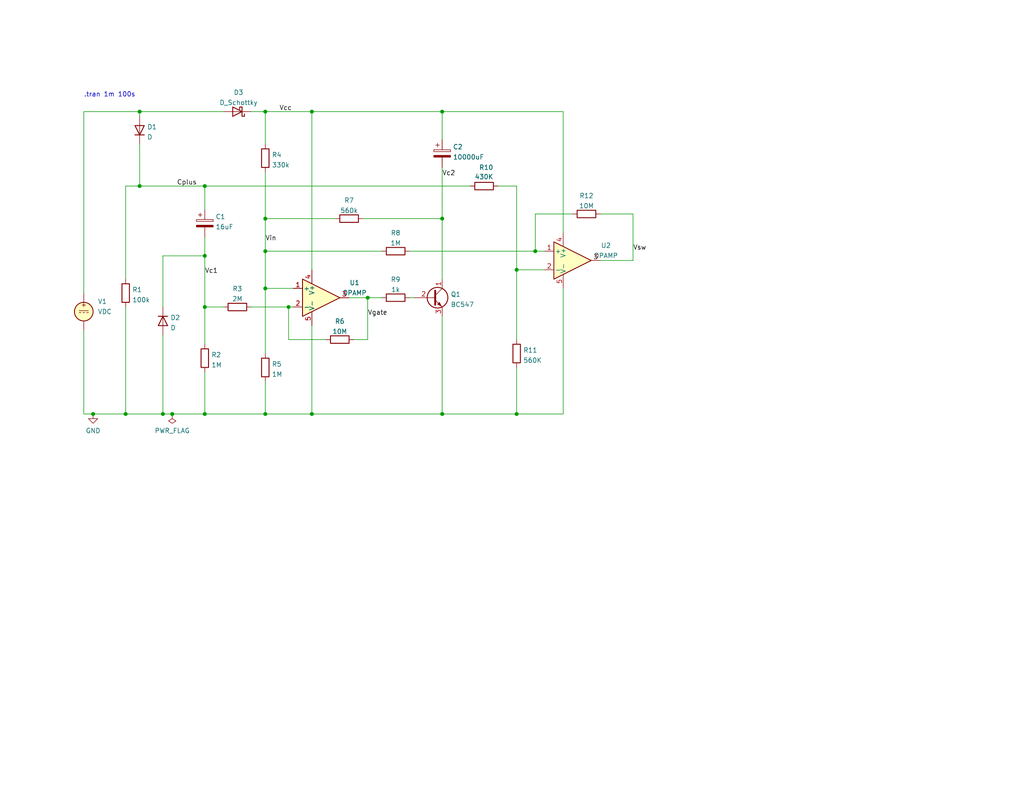
<source format=kicad_sch>
(kicad_sch (version 20211123) (generator eeschema)
  (paper "USLetter")
  (lib_symbols
    (symbol "Device:C_Polarized" (pin_numbers hide) (pin_names (offset 0.254))
      (property "Reference" "C" (at 0.635 2.54 0))
      (property "Value" "C_Polarized" (at 0.635 -2.54 0))
      (symbol "C_Polarized_0_1"
        (rectangle (start -2.286 0.508) (end 2.286 1.016))
        (polyline (pts (xy -1.778 2.286) (xy -0.762 2.286)))
        (polyline (pts (xy -1.27 2.794) (xy -1.27 1.778)))
        (rectangle (start 2.286 -0.508) (end -2.286 -1.016) (fill (type outline)))
      )
      (symbol "C_Polarized_1_1"
        (pin passive line (at 0 3.81 270) (length 2.794) (name "~") (number "1"))
        (pin passive line (at 0 -3.81 90) (length 2.794) (name "~") (number "2"))
      )
    )
    (symbol "Device:D" (pin_numbers hide) (pin_names (offset 1.016) hide)
      (property "Reference" "D" (at 0 2.54 0))
      (property "Value" "D" (at 0 -2.54 0))
      (symbol "D_0_1"
        (polyline (pts (xy -1.27 1.27) (xy -1.27 -1.27)) (stroke (width 0.254)))
        (polyline (pts (xy 1.27 0) (xy -1.27 0)))
        (polyline (pts (xy 1.27 1.27) (xy 1.27 -1.27) (xy -1.27 0) (xy 1.27 1.27)) (stroke (width 0.254)))
      )
      (symbol "D_1_1"
        (pin passive line (at -3.81 0 0) (length 2.54) (name "K") (number "1"))
        (pin passive line (at 3.81 0 180) (length 2.54) (name "A") (number "2"))
      )
    )
    (symbol "Device:D_Schottky" (pin_numbers hide) (pin_names (offset 1.016) hide)
      (property "Reference" "D" (at 0 2.54 0))
      (property "Value" "D_Schottky" (at 0 -2.54 0))
      (symbol "D_Schottky_0_1"
        (polyline (pts (xy 1.27 0) (xy -1.27 0)))
        (polyline (pts (xy 1.27 1.27) (xy 1.27 -1.27) (xy -1.27 0) (xy 1.27 1.27)) (stroke (width 0.254)))
        (polyline (pts (xy -1.905 0.635) (xy -1.905 1.27) (xy -1.27 1.27) (xy -1.27 -1.27) (xy -0.635 -1.27) (xy -0.635 -0.635)) (stroke (width 0.254)))
      )
      (symbol "D_Schottky_1_1"
        (pin passive line (at -3.81 0 0) (length 2.54) (name "K") (number "1"))
        (pin passive line (at 3.81 0 180) (length 2.54) (name "A") (number "2"))
      )
    )
    (symbol "Device:R" (pin_numbers hide) (pin_names (offset 0))
      (property "Reference" "R" (at 2.032 0 90))
      (property "Value" "R" (at 0 0 90))
      (symbol "R_0_1"
        (rectangle (start -1.016 -2.54) (end 1.016 2.54) (stroke (width 0.254)))
      )
      (symbol "R_1_1"
        (pin passive line (at 0 3.81 270) (length 1.27) (name "~") (number "1"))
        (pin passive line (at 0 -3.81 90) (length 1.27) (name "~") (number "2"))
      )
    )
    (symbol "Simulation_SPICE:VDC" (pin_numbers hide) (pin_names (offset 0.0254))
      (property "Reference" "V" (at 2.54 2.54 0))
      (property "Value" "VDC" (at 2.54 0 0))
      (property "Spice_Model" "dc(1)" (at 2.54 -2.54 0))
      (symbol "VDC_0_0"
        (polyline (pts (xy -1.27 0.254) (xy 1.27 0.254)))
        (polyline (pts (xy -0.762 -0.254) (xy -1.27 -0.254)))
        (polyline (pts (xy 0.254 -0.254) (xy -0.254 -0.254)))
        (polyline (pts (xy 1.27 -0.254) (xy 0.762 -0.254)))
        (text "+" (at 0 1.905 0) (effects (font (size 1.27 1.27))))
      )
      (symbol "VDC_0_1"
        (circle (center 0 0) (radius 2.54) (stroke (width 0.254)) (fill (type background)))
      )
      (symbol "VDC_1_1"
        (pin passive line (at 0 5.08 270) (length 2.54) (name "~") (number "1"))
        (pin passive line (at 0 -5.08 90) (length 2.54) (name "~") (number "2"))
      )
    )
    (symbol "Transistor_BJT:BC547" (pin_names (offset 0) hide)
      (property "Reference" "Q" (at 5.08 1.905 0))
      (property "Value" "BC547" (at 5.08 0 0))
      (symbol "BC547_0_1"
        (polyline (pts (xy 0 0) (xy 0.635 0)))
        (polyline (pts (xy 0.635 0.635) (xy 2.54 2.54)))
        (polyline (pts (xy 0.635 -0.635) (xy 2.54 -2.54) (xy 2.54 -2.54)))
        (polyline (pts (xy 0.635 1.905) (xy 0.635 -1.905) (xy 0.635 -1.905)) (stroke (width 0.508)))
        (polyline (pts (xy 1.27 -1.778) (xy 1.778 -1.27) (xy 2.286 -2.286) (xy 1.27 -1.778) (xy 1.27 -1.778)) (fill (type outline)))
        (circle (center 1.27 0) (radius 2.8194) (stroke (width 0.254)))
      )
      (symbol "BC547_1_1"
        (pin passive line (at 2.54 5.08 270) (length 2.54) (name "C") (number "1"))
        (pin input line (at -5.08 0 0) (length 5.08) (name "B") (number "2"))
        (pin passive line (at 2.54 -5.08 90) (length 2.54) (name "E") (number "3"))
      )
    )
    (symbol "power:GND" (power) (pin_names (offset 0))
      (property "Value" "GND" (at 0 -3.81 0))
      (symbol "GND_0_1"
        (polyline (pts (xy 0 0) (xy 0 -1.27) (xy 1.27 -1.27) (xy 0 -2.54) (xy -1.27 -1.27) (xy 0 -1.27)))
      )
      (symbol "GND_1_1"
        (pin power_in line (at 0 0 270) (length 0) hide (name "GND") (number "1"))
      )
    )
    (symbol "power:PWR_FLAG" (power) (pin_numbers hide) (pin_names (offset 0) hide)
      (property "Value" "PWR_FLAG" (at 0 3.81 0))
      (symbol "PWR_FLAG_0_0"
        (pin power_out line (at 0 0 90) (length 0) (name "pwr") (number "1"))
      )
      (symbol "PWR_FLAG_0_1"
        (polyline (pts (xy 0 0) (xy 0 1.27) (xy -1.016 1.905) (xy 0 2.54) (xy 1.016 1.905) (xy 0 1.27)))
      )
    )
    (symbol "pspice:OPAMP" (pin_names (offset 0.254))
      (property "Reference" "U" (at 3.81 3.175 0))
      (property "Value" "OPAMP" (at 3.81 -3.175 0))
      (symbol "OPAMP_0_1"
        (polyline (pts (xy 5.08 0) (xy -5.08 5.08) (xy -5.08 -5.08) (xy 5.08 0)) (stroke (width 0.254)) (fill (type background)))
      )
      (symbol "OPAMP_1_1"
        (pin input line (at -7.62 2.54 0) (length 2.54) (name "+") (number "1"))
        (pin input line (at -7.62 -2.54 0) (length 2.54) (name "-") (number "2"))
        (pin output line (at 7.62 0 180) (length 2.54) (name "~") (number "3"))
        (pin power_in line (at -2.54 7.62 270) (length 3.81) (name "V+") (number "4"))
        (pin power_in line (at -2.54 -7.62 90) (length 3.81) (name "V-") (number "5"))
      )
    )
  )
  (junction (at 146.05 68.58))
  (junction (at 25.4 113.03))
  (junction (at 72.39 59.69))
  (junction (at 140.97 113.03))
  (junction (at 38.1 50.8))
  (junction (at 85.09 30.48))
  (junction (at 85.09 113.03))
  (junction (at 72.39 68.58))
  (junction (at 72.39 30.48))
  (junction (at 120.65 113.03))
  (junction (at 100.33 81.28))
  (junction (at 72.39 78.74))
  (junction (at 78.74 83.82))
  (junction (at 46.99 113.03))
  (junction (at 55.88 69.85))
  (junction (at 55.88 113.03))
  (junction (at 72.39 113.03))
  (junction (at 55.88 83.82))
  (junction (at 55.88 50.8))
  (junction (at 34.29 113.03))
  (junction (at 44.45 113.03))
  (junction (at 120.65 59.69))
  (junction (at 38.1 30.48))
  (junction (at 120.65 30.48))
  (junction (at 140.97 73.66))
  (wire (pts (xy 46.99 113.03) (xy 55.88 113.03)))
  (wire (pts (xy 68.58 83.82) (xy 78.74 83.82)))
  (wire (pts (xy 153.67 78.74) (xy 153.67 113.03)))
  (wire (pts (xy 22.86 90.17) (xy 22.86 113.03)))
  (wire (pts (xy 55.88 113.03) (xy 72.39 113.03)))
  (wire (pts (xy 172.72 71.12) (xy 163.83 71.12)))
  (wire (pts (xy 44.45 113.03) (xy 46.99 113.03)))
  (wire (pts (xy 44.45 91.44) (xy 44.45 113.03)))
  (wire (pts (xy 55.88 101.6) (xy 55.88 113.03)))
  (wire (pts (xy 88.9 92.71) (xy 78.74 92.71)))
  (wire (pts (xy 148.59 73.66) (xy 140.97 73.66)))
  (wire (pts (xy 85.09 73.66) (xy 85.09 30.48)))
  (wire (pts (xy 120.65 45.72) (xy 120.65 59.69)))
  (wire (pts (xy 34.29 50.8) (xy 38.1 50.8)))
  (wire (pts (xy 96.52 92.71) (xy 100.33 92.71)))
  (wire (pts (xy 100.33 81.28) (xy 104.14 81.28)))
  (wire (pts (xy 44.45 69.85) (xy 44.45 83.82)))
  (wire (pts (xy 22.86 30.48) (xy 22.86 80.01)))
  (wire (pts (xy 78.74 83.82) (xy 80.01 83.82)))
  (wire (pts (xy 22.86 113.03) (xy 25.4 113.03)))
  (wire (pts (xy 72.39 39.37) (xy 72.39 30.48)))
  (wire (pts (xy 85.09 113.03) (xy 120.65 113.03)))
  (wire (pts (xy 111.76 81.28) (xy 113.03 81.28)))
  (wire (pts (xy 34.29 113.03) (xy 44.45 113.03)))
  (wire (pts (xy 111.76 68.58) (xy 146.05 68.58)))
  (wire (pts (xy 153.67 30.48) (xy 153.67 63.5)))
  (wire (pts (xy 140.97 113.03) (xy 153.67 113.03)))
  (wire (pts (xy 38.1 39.37) (xy 38.1 50.8)))
  (wire (pts (xy 95.25 81.28) (xy 100.33 81.28)))
  (wire (pts (xy 140.97 100.33) (xy 140.97 113.03)))
  (wire (pts (xy 38.1 30.48) (xy 38.1 31.75)))
  (wire (pts (xy 72.39 113.03) (xy 85.09 113.03)))
  (wire (pts (xy 120.65 30.48) (xy 153.67 30.48)))
  (wire (pts (xy 156.21 58.42) (xy 146.05 58.42)))
  (wire (pts (xy 55.88 83.82) (xy 60.96 83.82)))
  (wire (pts (xy 38.1 30.48) (xy 22.86 30.48)))
  (wire (pts (xy 104.14 68.58) (xy 72.39 68.58)))
  (wire (pts (xy 146.05 58.42) (xy 146.05 68.58)))
  (wire (pts (xy 44.45 69.85) (xy 55.88 69.85)))
  (wire (pts (xy 55.88 50.8) (xy 128.27 50.8)))
  (wire (pts (xy 140.97 73.66) (xy 140.97 92.71)))
  (wire (pts (xy 55.88 64.77) (xy 55.88 69.85)))
  (wire (pts (xy 120.65 59.69) (xy 120.65 76.2)))
  (wire (pts (xy 60.96 30.48) (xy 38.1 30.48)))
  (wire (pts (xy 72.39 30.48) (xy 85.09 30.48)))
  (wire (pts (xy 99.06 59.69) (xy 120.65 59.69)))
  (wire (pts (xy 135.89 50.8) (xy 140.97 50.8)))
  (wire (pts (xy 80.01 78.74) (xy 72.39 78.74)))
  (wire (pts (xy 72.39 30.48) (xy 68.58 30.48)))
  (wire (pts (xy 55.88 83.82) (xy 55.88 93.98)))
  (wire (pts (xy 85.09 88.9) (xy 85.09 113.03)))
  (wire (pts (xy 146.05 68.58) (xy 148.59 68.58)))
  (wire (pts (xy 72.39 68.58) (xy 72.39 78.74)))
  (wire (pts (xy 100.33 81.28) (xy 100.33 92.71)))
  (wire (pts (xy 55.88 50.8) (xy 55.88 57.15)))
  (wire (pts (xy 72.39 46.99) (xy 72.39 59.69)))
  (wire (pts (xy 85.09 30.48) (xy 120.65 30.48)))
  (wire (pts (xy 172.72 58.42) (xy 172.72 71.12)))
  (wire (pts (xy 34.29 83.82) (xy 34.29 113.03)))
  (wire (pts (xy 78.74 83.82) (xy 78.74 92.71)))
  (wire (pts (xy 34.29 76.2) (xy 34.29 50.8)))
  (wire (pts (xy 25.4 113.03) (xy 34.29 113.03)))
  (wire (pts (xy 140.97 50.8) (xy 140.97 73.66)))
  (wire (pts (xy 72.39 59.69) (xy 91.44 59.69)))
  (wire (pts (xy 72.39 104.14) (xy 72.39 113.03)))
  (wire (pts (xy 72.39 96.52) (xy 72.39 78.74)))
  (wire (pts (xy 120.65 38.1) (xy 120.65 30.48)))
  (wire (pts (xy 72.39 59.69) (xy 72.39 68.58)))
  (wire (pts (xy 120.65 113.03) (xy 140.97 113.03)))
  (wire (pts (xy 38.1 50.8) (xy 55.88 50.8)))
  (wire (pts (xy 163.83 58.42) (xy 172.72 58.42)))
  (wire (pts (xy 55.88 69.85) (xy 55.88 83.82)))
  (wire (pts (xy 120.65 86.36) (xy 120.65 113.03)))
  (text ".tran 1m 100s" (at 22.86 26.67 0) (effects (font (size 1.27 1.27)) (justify left bottom)))
  (label "Vcc" (at 76.2 30.48 0))
  (label "Vc2" (at 120.65 48.26 0))
  (label "Vc1" (at 55.88 74.93 0))
  (label "Vsw" (at 172.72 68.58 0))
  (label "Vgate" (at 100.33 86.36 0))
  (label "Vin" (at 72.39 66.04 0))
  (label "Cplus" (at 48.26 50.8 0))
  (symbol (lib_id "Device:R") (at 92.71 92.71 90) (unit 1)
    (property "Reference" "R6" (at 92.71 87.7275 90))
    (property "Value" "10M" (at 92.71 90.5026 90))
    (property "Spice_Primitive" "R" (effects hide))
    (property "Spice_Model" "10Meg" (effects hide))
    (property "Spice_Netlist_Enabled" "Y" (effects hide))
  )
  (symbol (lib_id "Device:D_Schottky") (at 64.77 30.48 180) (unit 1)
    (property "Reference" "D3" (at 65.0875 25.2435 0))
    (property "Value" "D_Schottky" (at 65.0875 28.0186 0))
    (property "Spice_Primitive" "D" (effects hide))
    (property "Spice_Model" "Schottky" (effects hide))
    (property "Spice_Netlist_Enabled" "Y" (effects hide))
    (property "Spice_Lib_File" "spice/my_spice.lib" (effects hide))
    (property "Spice_Node_Sequence" "2 1" (effects hide))
  )
  (symbol (lib_id "Device:R") (at 95.25 59.69 90) (unit 1)
    (property "Reference" "R7" (at 95.25 54.7075 90))
    (property "Value" "560k" (at 95.25 57.4826 90))
    (property "Spice_Primitive" "R" (effects hide))
    (property "Spice_Model" "560k" (effects hide))
    (property "Spice_Netlist_Enabled" "Y" (effects hide))
  )
  (symbol (lib_id "Device:R") (at 140.97 96.52 0) (unit 1)
    (property "Reference" "R11" (at 142.748 95.6115 0) (effects (justify left)))
    (property "Value" "560K" (at 142.748 98.3866 0) (effects (justify left)))
    (property "Spice_Primitive" "R" (effects hide))
    (property "Spice_Model" "560k" (effects hide))
    (property "Spice_Netlist_Enabled" "Y" (effects hide))
  )
  (symbol (lib_id "Device:R") (at 72.39 43.18 0) (unit 1)
    (property "Reference" "R4" (at 74.168 42.2715 0) (effects (justify left)))
    (property "Value" "330k" (at 74.168 45.0466 0) (effects (justify left)))
    (property "Spice_Primitive" "R" (effects hide))
    (property "Spice_Model" "330k" (effects hide))
    (property "Spice_Netlist_Enabled" "Y" (effects hide))
  )
  (symbol (lib_id "Device:R") (at 132.08 50.8 90) (unit 1)
    (property "Reference" "R10" (at 134.62 45.72 90) (effects (justify left)))
    (property "Value" "430K" (at 134.62 48.26 90) (effects (justify left)))
    (property "Spice_Primitive" "R" (effects hide))
    (property "Spice_Model" "430k" (effects hide))
    (property "Spice_Netlist_Enabled" "Y" (effects hide))
  )
  (symbol (lib_id "Device:R") (at 34.29 80.01 0) (unit 1)
    (property "Reference" "R1" (at 36.068 79.1015 0) (effects (justify left)))
    (property "Value" "100k" (at 36.068 81.8766 0) (effects (justify left)))
    (property "Spice_Primitive" "R" (effects hide))
    (property "Spice_Model" "100k" (effects hide))
    (property "Spice_Netlist_Enabled" "Y" (effects hide))
  )
  (symbol (lib_id "Device:D") (at 38.1 35.56 90) (unit 1)
    (property "Reference" "D1" (at 40.132 34.6515 90) (effects (justify right)))
    (property "Value" "D" (at 40.132 37.4266 90) (effects (justify right)))
    (property "Spice_Primitive" "D" (effects hide))
    (property "Spice_Model" "D1N4148_1" (effects hide))
    (property "Spice_Netlist_Enabled" "Y" (effects hide))
    (property "Spice_Lib_File" "spice/my_spice.lib" (effects hide))
    (property "Spice_Node_Sequence" "2 1" (effects hide))
  )
  (symbol (lib_id "Device:C_Polarized") (at 120.65 41.91 0) (unit 1)
    (property "Reference" "C2" (at 123.571 40.1125 0) (effects (justify left)))
    (property "Value" "10000uF" (at 123.571 42.8876 0) (effects (justify left)))
    (property "Spice_Primitive" "C" (effects hide))
    (property "Spice_Model" "10000uF" (effects hide))
    (property "Spice_Netlist_Enabled" "Y" (effects hide))
  )
  (symbol (lib_id "Transistor_BJT:BC547") (at 118.11 81.28 0) (unit 1)
    (property "Reference" "Q1" (at 122.9614 80.3715 0) (effects (justify left)))
    (property "Value" "BC547" (at 122.9614 83.1466 0) (effects (justify left)))
    (property "Footprint" "Package_TO_SOT_THT:TO-92_Inline" (effects hide))
    (property "Datasheet" "https://www.onsemi.com/pub/Collateral/BC550-D.pdf" (effects hide))
    (property "Spice_Primitive" "Q" (effects hide))
    (property "Spice_Model" "2N2222" (effects hide))
    (property "Spice_Netlist_Enabled" "Y" (effects hide))
    (property "Spice_Lib_File" "spice/2N2222.lib" (effects hide))
  )
  (symbol (lib_id "Device:R") (at 64.77 83.82 90) (unit 1)
    (property "Reference" "R3" (at 64.77 78.8375 90))
    (property "Value" "2M" (at 64.77 81.6126 90))
    (property "Spice_Primitive" "R" (effects hide))
    (property "Spice_Model" "2Meg" (effects hide))
    (property "Spice_Netlist_Enabled" "Y" (effects hide))
  )
  (symbol (lib_id "pspice:OPAMP") (at 87.63 81.28 0) (unit 1)
    (property "Reference" "U1" (at 96.7566 77.1865 0))
    (property "Value" "OPAMP" (at 96.7566 79.9616 0))
    (property "Spice_Primitive" "X" (effects hide))
    (property "Spice_Model" "LM358" (effects hide))
    (property "Spice_Netlist_Enabled" "Y" (effects hide))
    (property "Spice_Lib_File" "spice/lm358.lib" (effects hide))
    (property "Spice_Node_Sequence" "1 2 4 5 3" (effects hide))
  )
  (symbol (lib_id "Device:R") (at 72.39 100.33 0) (unit 1)
    (property "Reference" "R5" (at 74.168 99.4215 0) (effects (justify left)))
    (property "Value" "1M" (at 74.168 102.1966 0) (effects (justify left)))
    (property "Spice_Primitive" "R" (effects hide))
    (property "Spice_Model" "1Meg" (effects hide))
    (property "Spice_Netlist_Enabled" "Y" (effects hide))
  )
  (symbol (lib_id "Device:D") (at 44.45 87.63 270) (unit 1)
    (property "Reference" "D2" (at 46.482 86.7215 90) (effects (justify left)))
    (property "Value" "D" (at 46.482 89.4966 90) (effects (justify left)))
    (property "Spice_Primitive" "D" (effects hide))
    (property "Spice_Model" "D1N4148_1" (effects hide))
    (property "Spice_Netlist_Enabled" "Y" (effects hide))
    (property "Spice_Lib_File" "spice/my_spice.lib" (effects hide))
    (property "Spice_Node_Sequence" "2 1" (effects hide))
  )
  (symbol (lib_id "power:GND") (at 25.4 113.03 0) (unit 1)
    (property "Reference" "#PWR01" (effects hide))
    (property "Value" "GND" (at 25.4 117.5925 0))
  )
  (symbol (lib_id "Device:R") (at 55.88 97.79 0) (unit 1)
    (property "Reference" "R2" (at 57.658 96.8815 0) (effects (justify left)))
    (property "Value" "1M" (at 57.658 99.6566 0) (effects (justify left)))
    (property "Spice_Primitive" "R" (effects hide))
    (property "Spice_Model" "1Meg" (effects hide))
    (property "Spice_Netlist_Enabled" "Y" (effects hide))
  )
  (symbol (lib_id "Simulation_SPICE:VDC") (at 22.86 85.09 0) (unit 1)
    (property "Reference" "V1" (at 26.67 82.3149 0) (effects (justify left)))
    (property "Value" "VDC" (at 26.67 85.09 0) (effects (justify left)))
    (property "Spice_Netlist_Enabled" "Y" (effects hide))
    (property "Spice_Primitive" "V" (effects hide))
    (property "Spice_Model" "dc 12 pulse(0 12 5m 1m 1m 20 60)" (at 19.05 102.87 90) (effects (justify left)))
  )
  (symbol (lib_id "Device:R") (at 160.02 58.42 90) (unit 1)
    (property "Reference" "R12" (at 160.02 53.4375 90))
    (property "Value" "10M" (at 160.02 56.2126 90))
    (property "Spice_Primitive" "R" (effects hide))
    (property "Spice_Model" "10Meg" (effects hide))
    (property "Spice_Netlist_Enabled" "Y" (effects hide))
  )
  (symbol (lib_id "power:PWR_FLAG") (at 46.99 113.03 180) (unit 1)
    (property "Reference" "#FLG01" (effects hide))
    (property "Value" "PWR_FLAG" (at 46.99 117.5925 0))
  )
  (symbol (lib_id "Device:R") (at 107.95 81.28 90) (unit 1)
    (property "Reference" "R9" (at 107.95 76.2975 90))
    (property "Value" "1k" (at 107.95 79.0726 90))
    (property "Spice_Primitive" "R" (effects hide))
    (property "Spice_Model" "1k" (effects hide))
    (property "Spice_Netlist_Enabled" "Y" (effects hide))
  )
  (symbol (lib_id "pspice:OPAMP") (at 156.21 71.12 0) (unit 1)
    (property "Reference" "U2" (at 165.3366 67.0265 0))
    (property "Value" "OPAMP" (at 165.3366 69.8016 0))
    (property "Spice_Primitive" "X" (effects hide))
    (property "Spice_Model" "LM358" (effects hide))
    (property "Spice_Netlist_Enabled" "Y" (effects hide))
    (property "Spice_Lib_File" "spice/lm358.lib" (effects hide))
    (property "Spice_Node_Sequence" "1 2 4 5 3" (effects hide))
  )
  (symbol (lib_id "Device:R") (at 107.95 68.58 90) (unit 1)
    (property "Reference" "R8" (at 107.95 63.5975 90))
    (property "Value" "1M" (at 107.95 66.3726 90))
    (property "Spice_Primitive" "R" (effects hide))
    (property "Spice_Model" "1Meg" (effects hide))
    (property "Spice_Netlist_Enabled" "Y" (effects hide))
  )
  (symbol (lib_id "Device:C_Polarized") (at 55.88 60.96 0) (unit 1)
    (property "Reference" "C1" (at 58.801 59.1625 0) (effects (justify left)))
    (property "Value" "16uF" (at 58.801 61.9376 0) (effects (justify left)))
    (property "Spice_Primitive" "C" (effects hide))
    (property "Spice_Model" "16uF" (effects hide))
    (property "Spice_Netlist_Enabled" "Y" (effects hide))
  )
)
</source>
